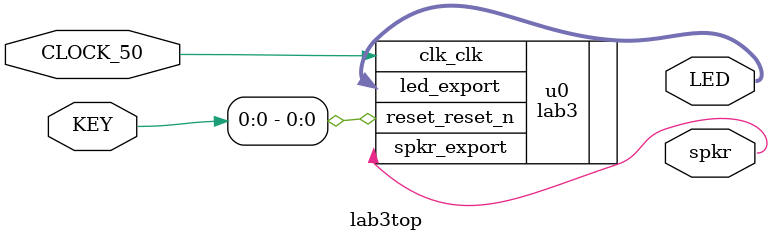
<source format=sv>

module lab3top (
                input logic CLOCK_50, 
                input logic [1:0] KEY,
                output logic [7:0] LED,
                output logic spkr ) ;
   
   lab3 u0 (
            .clk_clk       (CLOCK_50),
            .led_export    (LED),  
            .reset_reset_n (KEY[0]),
            .spkr_export   (spkr) 
            );

endmodule

</source>
